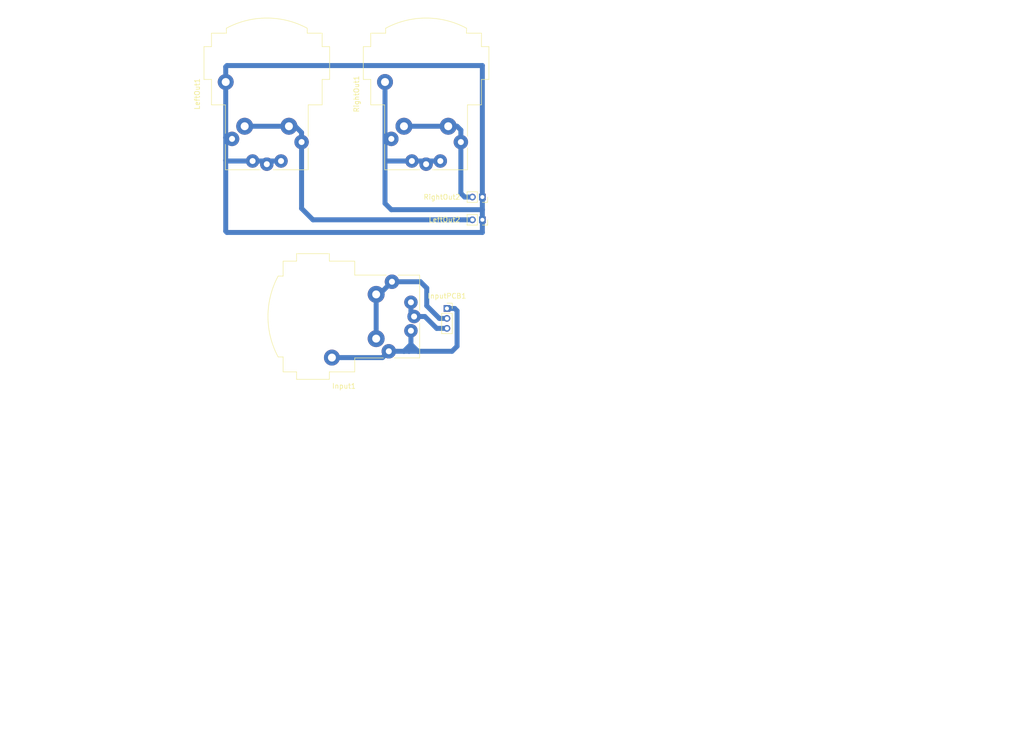
<source format=kicad_pcb>
(kicad_pcb (version 20171130) (host pcbnew "(5.1.8)-1")

  (general
    (thickness 1.6)
    (drawings 62)
    (tracks 76)
    (zones 0)
    (modules 6)
    (nets 7)
  )

  (page A4)
  (layers
    (0 F.Cu signal)
    (31 B.Cu signal)
    (32 B.Adhes user)
    (33 F.Adhes user)
    (34 B.Paste user)
    (35 F.Paste user)
    (36 B.SilkS user)
    (37 F.SilkS user)
    (38 B.Mask user)
    (39 F.Mask user)
    (40 Dwgs.User user)
    (41 Cmts.User user)
    (42 Eco1.User user)
    (43 Eco2.User user)
    (44 Edge.Cuts user)
    (45 Margin user)
    (46 B.CrtYd user)
    (47 F.CrtYd user)
    (48 B.Fab user)
    (49 F.Fab user)
  )

  (setup
    (last_trace_width 1)
    (user_trace_width 1)
    (trace_clearance 0.2)
    (zone_clearance 0.508)
    (zone_45_only no)
    (trace_min 0.2)
    (via_size 0.8)
    (via_drill 0.4)
    (via_min_size 0.4)
    (via_min_drill 0.3)
    (user_via 2 1.2)
    (uvia_size 0.3)
    (uvia_drill 0.1)
    (uvias_allowed no)
    (uvia_min_size 0.2)
    (uvia_min_drill 0.1)
    (edge_width 0.05)
    (segment_width 0.2)
    (pcb_text_width 0.3)
    (pcb_text_size 1.5 1.5)
    (mod_edge_width 0.12)
    (mod_text_size 1 1)
    (mod_text_width 0.15)
    (pad_size 1.524 1.524)
    (pad_drill 0.762)
    (pad_to_mask_clearance 0)
    (aux_axis_origin 0 0)
    (visible_elements FFFFFF7F)
    (pcbplotparams
      (layerselection 0x010fc_ffffffff)
      (usegerberextensions false)
      (usegerberattributes true)
      (usegerberadvancedattributes true)
      (creategerberjobfile true)
      (excludeedgelayer true)
      (linewidth 0.100000)
      (plotframeref false)
      (viasonmask false)
      (mode 1)
      (useauxorigin false)
      (hpglpennumber 1)
      (hpglpenspeed 20)
      (hpglpendiameter 15.000000)
      (psnegative false)
      (psa4output false)
      (plotreference true)
      (plotvalue true)
      (plotinvisibletext false)
      (padsonsilk false)
      (subtractmaskfromsilk false)
      (outputformat 1)
      (mirror false)
      (drillshape 1)
      (scaleselection 1)
      (outputdirectory ""))
  )

  (net 0 "")
  (net 1 "Net-(Input1-Pad1)")
  (net 2 "Net-(Input1-Pad2)")
  (net 3 "Net-(Input1-Pad3)")
  (net 4 "Net-(LeftOut1-Pad1)")
  (net 5 "Net-(LeftOut1-Pad2)")
  (net 6 "Net-(RightOut1-Pad2)")

  (net_class Default "This is the default net class."
    (clearance 0.2)
    (trace_width 0.25)
    (via_dia 0.8)
    (via_drill 0.4)
    (uvia_dia 0.3)
    (uvia_drill 0.1)
    (add_net "Net-(Input1-Pad1)")
    (add_net "Net-(Input1-Pad2)")
    (add_net "Net-(Input1-Pad3)")
    (add_net "Net-(LeftOut1-Pad1)")
    (add_net "Net-(LeftOut1-Pad2)")
    (add_net "Net-(RightOut1-Pad2)")
  )

  (module Connector_PinSocket_2.00mm:PinSocket_1x02_P2.00mm_Vertical (layer F.Cu) (tedit 5A19A42F) (tstamp 64A5FA15)
    (at 120.396 67.056 270)
    (descr "Through hole straight socket strip, 1x02, 2.00mm pitch, single row (from Kicad 4.0.7), script generated")
    (tags "Through hole socket strip THT 1x02 2.00mm single row")
    (path /64A80C43)
    (fp_text reference RightOut2 (at 0 8.128 180) (layer F.SilkS)
      (effects (font (size 1 1) (thickness 0.15)))
    )
    (fp_text value Screw_Terminal_01x02 (at 0 4.5 90) (layer F.Fab) hide
      (effects (font (size 1 1) (thickness 0.15)))
    )
    (fp_line (start -1 -1) (end 0.5 -1) (layer F.Fab) (width 0.1))
    (fp_line (start 0.5 -1) (end 1 -0.5) (layer F.Fab) (width 0.1))
    (fp_line (start 1 -0.5) (end 1 3) (layer F.Fab) (width 0.1))
    (fp_line (start 1 3) (end -1 3) (layer F.Fab) (width 0.1))
    (fp_line (start -1 3) (end -1 -1) (layer F.Fab) (width 0.1))
    (fp_line (start -1.06 1) (end 1.06 1) (layer F.SilkS) (width 0.12))
    (fp_line (start -1.06 1) (end -1.06 3.06) (layer F.SilkS) (width 0.12))
    (fp_line (start -1.06 3.06) (end 1.06 3.06) (layer F.SilkS) (width 0.12))
    (fp_line (start 1.06 1) (end 1.06 3.06) (layer F.SilkS) (width 0.12))
    (fp_line (start 1.06 -1.06) (end 1.06 0) (layer F.SilkS) (width 0.12))
    (fp_line (start 0 -1.06) (end 1.06 -1.06) (layer F.SilkS) (width 0.12))
    (fp_line (start -1.5 -1.5) (end 1.5 -1.5) (layer F.CrtYd) (width 0.05))
    (fp_line (start 1.5 -1.5) (end 1.5 3.5) (layer F.CrtYd) (width 0.05))
    (fp_line (start 1.5 3.5) (end -1.5 3.5) (layer F.CrtYd) (width 0.05))
    (fp_line (start -1.5 3.5) (end -1.5 -1.5) (layer F.CrtYd) (width 0.05))
    (pad 2 thru_hole oval (at 0 2 270) (size 1.35 1.35) (drill 0.8) (layers *.Cu *.Mask)
      (net 6 "Net-(RightOut1-Pad2)"))
    (pad 1 thru_hole rect (at 0 0 270) (size 1.35 1.35) (drill 0.8) (layers *.Cu *.Mask)
      (net 4 "Net-(LeftOut1-Pad1)"))
    (model ${KISYS3DMOD}/Connector_PinSocket_2.00mm.3dshapes/PinSocket_1x02_P2.00mm_Vertical.wrl
      (at (xyz 0 0 0))
      (scale (xyz 1 1 1))
      (rotate (xyz 0 0 0))
    )
  )

  (module Connector_Audio:Jack_XLR-6.35mm_Neutrik_NCJ6FA-H-0_Horizontal (layer F.Cu) (tedit 5E71486C) (tstamp 64A5F9FF)
    (at 102.108 55.372 90)
    (descr "Combo A series, 3 pole XLR female receptacle with 6.35mm (1/4in) stereo jack, horizontal PCB mount, retention spring, https://www.neutrik.com/en/product/ncj6fa-h-0")
    (tags "neutrik jack combo a")
    (path /64A734CB)
    (fp_text reference RightOut1 (at 9.015 -7 90) (layer F.SilkS)
      (effects (font (size 1 1) (thickness 0.15)))
    )
    (fp_text value XLR3_AudioJack3_Combo_Ground_Switch (at 9.015 21 90) (layer F.Fab) hide
      (effects (font (size 1 1) (thickness 0.15)))
    )
    (fp_arc (start 7.115 6.985) (end 22.235 -1.135) (angle 56.4) (layer F.SilkS) (width 0.12))
    (fp_arc (start 7.115 6.985) (end 22.115 -1.015) (angle 56.1) (layer F.Fab) (width 0.1))
    (fp_text user %R (at 15.265 6.985 90) (layer F.Fab)
      (effects (font (size 1 1) (thickness 0.15)))
    )
    (fp_line (start -6.085 15.185) (end 6.965 15.185) (layer F.Fab) (width 0.1))
    (fp_line (start -6.085 -1.215) (end -6.085 15.185) (layer F.Fab) (width 0.1))
    (fp_line (start 6.965 -1.215) (end -6.085 -1.215) (layer F.Fab) (width 0.1))
    (fp_line (start 21.115 14.985) (end 22.115 14.985) (layer F.Fab) (width 0.1))
    (fp_line (start 21.115 -1.015) (end 22.115 -1.015) (layer F.Fab) (width 0.1))
    (fp_line (start 21.115 17.985) (end 18.415 17.985) (layer F.Fab) (width 0.1))
    (fp_line (start 21.115 -4.015) (end 21.115 17.985) (layer F.Fab) (width 0.1))
    (fp_line (start 18.415 -4.015) (end 21.115 -4.015) (layer F.Fab) (width 0.1))
    (fp_line (start 12.065 -5.515) (end 18.415 -5.515) (layer F.Fab) (width 0.1))
    (fp_line (start 12.065 19.485) (end 12.065 -5.515) (layer F.Fab) (width 0.1))
    (fp_line (start 18.415 19.485) (end 12.065 19.485) (layer F.Fab) (width 0.1))
    (fp_line (start 18.415 -5.515) (end 18.415 19.485) (layer F.Fab) (width 0.1))
    (fp_line (start 6.965 17.985) (end 12.065 17.985) (layer F.Fab) (width 0.1))
    (fp_line (start 6.965 15.185) (end 6.965 17.985) (layer F.Fab) (width 0.1))
    (fp_line (start 12.065 -4.015) (end 6.965 -4.015) (layer F.Fab) (width 0.1))
    (fp_line (start 18.415 -5.515) (end 18.415 19.485) (layer Dwgs.User) (width 0.1))
    (fp_line (start 6.965 -4.015) (end 6.965 -1.215) (layer F.Fab) (width 0.1))
    (fp_line (start 18.535 19.605) (end 11.945 19.605) (layer F.SilkS) (width 0.12))
    (fp_line (start 18.535 -5.635) (end 11.945 -5.635) (layer F.SilkS) (width 0.12))
    (fp_line (start 11.945 -4.135) (end 6.845 -4.135) (layer F.SilkS) (width 0.12))
    (fp_line (start 11.945 18.105) (end 6.845 18.105) (layer F.SilkS) (width 0.12))
    (fp_line (start -6.205 8.285) (end -6.205 15.305) (layer F.SilkS) (width 0.12))
    (fp_line (start 6.845 -1.335) (end 1.1 -1.335) (layer F.SilkS) (width 0.12))
    (fp_line (start 6.845 15.305) (end 0.5 15.305) (layer F.SilkS) (width 0.12))
    (fp_line (start 6.845 -4.135) (end 6.845 -1.335) (layer F.SilkS) (width 0.12))
    (fp_line (start 6.845 18.105) (end 6.845 15.305) (layer F.SilkS) (width 0.12))
    (fp_line (start 11.945 -4.135) (end 11.945 -5.635) (layer F.SilkS) (width 0.12))
    (fp_line (start 11.945 19.605) (end 11.945 18.105) (layer F.SilkS) (width 0.12))
    (fp_line (start 18.535 -4.135) (end 21.235 -4.135) (layer F.SilkS) (width 0.12))
    (fp_line (start 18.535 18.105) (end 21.235 18.105) (layer F.SilkS) (width 0.12))
    (fp_line (start 21.235 -1.135) (end 22.235 -1.135) (layer F.SilkS) (width 0.12))
    (fp_line (start 21.235 15.105) (end 22.235 15.105) (layer F.SilkS) (width 0.12))
    (fp_line (start 18.535 18.105) (end 18.535 19.605) (layer F.SilkS) (width 0.12))
    (fp_line (start 18.535 -5.635) (end 18.535 -4.135) (layer F.SilkS) (width 0.12))
    (fp_line (start 21.235 -4.135) (end 21.235 -1.135) (layer F.SilkS) (width 0.12))
    (fp_line (start 21.235 15.105) (end 21.235 18.105) (layer F.SilkS) (width 0.12))
    (fp_line (start 24.62 19.98) (end -6.59 19.98) (layer F.CrtYd) (width 0.05))
    (fp_line (start 24.62 -6.02) (end -6.59 -6.02) (layer F.CrtYd) (width 0.05))
    (fp_line (start -6.59 -6.02) (end -6.59 19.98) (layer F.CrtYd) (width 0.05))
    (fp_line (start 24.62 -6.02) (end 24.62 19.98) (layer F.CrtYd) (width 0.05))
    (fp_line (start -6.205 -1.335) (end -6.205 5.685) (layer F.SilkS) (width 0.12))
    (fp_line (start -1.1 -1.335) (end -6.205 -1.335) (layer F.SilkS) (width 0.12))
    (fp_line (start -1.8 15.3) (end -6.205 15.3) (layer F.SilkS) (width 0.12))
    (pad "" np_thru_hole circle (at 12.065 12.7 90) (size 1.6 1.6) (drill 1.6) (layers *.Cu *.Mask))
    (pad "" np_thru_hole circle (at 12.065 1.27 90) (size 1.6 1.6) (drill 1.6) (layers *.Cu *.Mask))
    (pad G thru_hole circle (at 11.43 -1.27 90) (size 3.2 3.2) (drill 1.6) (layers *.Cu *.Mask)
      (net 4 "Net-(LeftOut1-Pad1)"))
    (pad "" np_thru_hole circle (at 8.89 6.985 90) (size 1.6 1.6) (drill 1.6) (layers *.Cu *.Mask))
    (pad T thru_hole circle (at 2.54 2.54 90) (size 3.4 3.4) (drill 1.6) (layers *.Cu *.Mask)
      (net 6 "Net-(RightOut1-Pad2)"))
    (pad T thru_hole circle (at 2.54 11.43 90) (size 3.4 3.4) (drill 1.6) (layers *.Cu *.Mask)
      (net 6 "Net-(RightOut1-Pad2)"))
    (pad R thru_hole circle (at -4.445 9.8425 90) (size 2.7 2.7) (drill 1.2) (layers *.Cu *.Mask)
      (net 4 "Net-(LeftOut1-Pad1)"))
    (pad S thru_hole circle (at -4.445 4.1275 90) (size 2.7 2.7) (drill 1.2) (layers *.Cu *.Mask)
      (net 4 "Net-(LeftOut1-Pad1)"))
    (pad 3 thru_hole circle (at -5.08 6.985 90) (size 2.7 2.7) (drill 1.2) (layers *.Cu *.Mask)
      (net 4 "Net-(LeftOut1-Pad1)"))
    (pad 2 thru_hole circle (at -0.635 13.97 90) (size 2.9 2.9) (drill 1.2) (layers *.Cu *.Mask)
      (net 6 "Net-(RightOut1-Pad2)"))
    (pad 1 thru_hole circle (at 0 0 90) (size 2.9 2.9) (drill 1.2) (layers *.Cu *.Mask)
      (net 4 "Net-(LeftOut1-Pad1)"))
    (model ${KISYS3DMOD}/Connector_Audio.3dshapes/Jack_XLR-6.35mm_Neutrik_NCJ6FA-H-0_Horizontal.wrl
      (at (xyz 0 0 0))
      (scale (xyz 1 1 1))
      (rotate (xyz 0 0 0))
    )
  )

  (module Connector_PinSocket_2.00mm:PinSocket_1x02_P2.00mm_Vertical (layer F.Cu) (tedit 5A19A42F) (tstamp 64A5F9C2)
    (at 120.396 71.628 270)
    (descr "Through hole straight socket strip, 1x02, 2.00mm pitch, single row (from Kicad 4.0.7), script generated")
    (tags "Through hole socket strip THT 1x02 2.00mm single row")
    (path /64A7EBC6)
    (fp_text reference LeftOut2 (at 0 7.62 180) (layer F.SilkS)
      (effects (font (size 1 1) (thickness 0.15)))
    )
    (fp_text value Screw_Terminal_01x02 (at 0 4.5 90) (layer F.Fab) hide
      (effects (font (size 1 1) (thickness 0.15)))
    )
    (fp_line (start -1 -1) (end 0.5 -1) (layer F.Fab) (width 0.1))
    (fp_line (start 0.5 -1) (end 1 -0.5) (layer F.Fab) (width 0.1))
    (fp_line (start 1 -0.5) (end 1 3) (layer F.Fab) (width 0.1))
    (fp_line (start 1 3) (end -1 3) (layer F.Fab) (width 0.1))
    (fp_line (start -1 3) (end -1 -1) (layer F.Fab) (width 0.1))
    (fp_line (start -1.06 1) (end 1.06 1) (layer F.SilkS) (width 0.12))
    (fp_line (start -1.06 1) (end -1.06 3.06) (layer F.SilkS) (width 0.12))
    (fp_line (start -1.06 3.06) (end 1.06 3.06) (layer F.SilkS) (width 0.12))
    (fp_line (start 1.06 1) (end 1.06 3.06) (layer F.SilkS) (width 0.12))
    (fp_line (start 1.06 -1.06) (end 1.06 0) (layer F.SilkS) (width 0.12))
    (fp_line (start 0 -1.06) (end 1.06 -1.06) (layer F.SilkS) (width 0.12))
    (fp_line (start -1.5 -1.5) (end 1.5 -1.5) (layer F.CrtYd) (width 0.05))
    (fp_line (start 1.5 -1.5) (end 1.5 3.5) (layer F.CrtYd) (width 0.05))
    (fp_line (start 1.5 3.5) (end -1.5 3.5) (layer F.CrtYd) (width 0.05))
    (fp_line (start -1.5 3.5) (end -1.5 -1.5) (layer F.CrtYd) (width 0.05))
    (pad 2 thru_hole oval (at 0 2 270) (size 1.35 1.35) (drill 0.8) (layers *.Cu *.Mask)
      (net 5 "Net-(LeftOut1-Pad2)"))
    (pad 1 thru_hole rect (at 0 0 270) (size 1.35 1.35) (drill 0.8) (layers *.Cu *.Mask)
      (net 4 "Net-(LeftOut1-Pad1)"))
    (model ${KISYS3DMOD}/Connector_PinSocket_2.00mm.3dshapes/PinSocket_1x02_P2.00mm_Vertical.wrl
      (at (xyz 0 0 0))
      (scale (xyz 1 1 1))
      (rotate (xyz 0 0 0))
    )
  )

  (module Connector_Audio:Jack_XLR-6.35mm_Neutrik_NCJ6FA-H-0_Horizontal (layer F.Cu) (tedit 5E71486C) (tstamp 64A5F9AC)
    (at 70.104 55.372 90)
    (descr "Combo A series, 3 pole XLR female receptacle with 6.35mm (1/4in) stereo jack, horizontal PCB mount, retention spring, https://www.neutrik.com/en/product/ncj6fa-h-0")
    (tags "neutrik jack combo a")
    (path /64A6DE96)
    (fp_text reference LeftOut1 (at 9.015 -7 90) (layer F.SilkS)
      (effects (font (size 1 1) (thickness 0.15)))
    )
    (fp_text value XLR3_AudioJack3_Combo_Ground_Switch (at 9.015 21 90) (layer F.Fab) hide
      (effects (font (size 1 1) (thickness 0.15)))
    )
    (fp_arc (start 7.115 6.985) (end 22.235 -1.135) (angle 56.4) (layer F.SilkS) (width 0.12))
    (fp_arc (start 7.115 6.985) (end 22.115 -1.015) (angle 56.1) (layer F.Fab) (width 0.1))
    (fp_text user %R (at 15.265 6.985 90) (layer F.Fab)
      (effects (font (size 1 1) (thickness 0.15)))
    )
    (fp_line (start -6.085 15.185) (end 6.965 15.185) (layer F.Fab) (width 0.1))
    (fp_line (start -6.085 -1.215) (end -6.085 15.185) (layer F.Fab) (width 0.1))
    (fp_line (start 6.965 -1.215) (end -6.085 -1.215) (layer F.Fab) (width 0.1))
    (fp_line (start 21.115 14.985) (end 22.115 14.985) (layer F.Fab) (width 0.1))
    (fp_line (start 21.115 -1.015) (end 22.115 -1.015) (layer F.Fab) (width 0.1))
    (fp_line (start 21.115 17.985) (end 18.415 17.985) (layer F.Fab) (width 0.1))
    (fp_line (start 21.115 -4.015) (end 21.115 17.985) (layer F.Fab) (width 0.1))
    (fp_line (start 18.415 -4.015) (end 21.115 -4.015) (layer F.Fab) (width 0.1))
    (fp_line (start 12.065 -5.515) (end 18.415 -5.515) (layer F.Fab) (width 0.1))
    (fp_line (start 12.065 19.485) (end 12.065 -5.515) (layer F.Fab) (width 0.1))
    (fp_line (start 18.415 19.485) (end 12.065 19.485) (layer F.Fab) (width 0.1))
    (fp_line (start 18.415 -5.515) (end 18.415 19.485) (layer F.Fab) (width 0.1))
    (fp_line (start 6.965 17.985) (end 12.065 17.985) (layer F.Fab) (width 0.1))
    (fp_line (start 6.965 15.185) (end 6.965 17.985) (layer F.Fab) (width 0.1))
    (fp_line (start 12.065 -4.015) (end 6.965 -4.015) (layer F.Fab) (width 0.1))
    (fp_line (start 18.415 -5.515) (end 18.415 19.485) (layer Dwgs.User) (width 0.1))
    (fp_line (start 6.965 -4.015) (end 6.965 -1.215) (layer F.Fab) (width 0.1))
    (fp_line (start 18.535 19.605) (end 11.945 19.605) (layer F.SilkS) (width 0.12))
    (fp_line (start 18.535 -5.635) (end 11.945 -5.635) (layer F.SilkS) (width 0.12))
    (fp_line (start 11.945 -4.135) (end 6.845 -4.135) (layer F.SilkS) (width 0.12))
    (fp_line (start 11.945 18.105) (end 6.845 18.105) (layer F.SilkS) (width 0.12))
    (fp_line (start -6.205 8.285) (end -6.205 15.305) (layer F.SilkS) (width 0.12))
    (fp_line (start 6.845 -1.335) (end 1.1 -1.335) (layer F.SilkS) (width 0.12))
    (fp_line (start 6.845 15.305) (end 0.5 15.305) (layer F.SilkS) (width 0.12))
    (fp_line (start 6.845 -4.135) (end 6.845 -1.335) (layer F.SilkS) (width 0.12))
    (fp_line (start 6.845 18.105) (end 6.845 15.305) (layer F.SilkS) (width 0.12))
    (fp_line (start 11.945 -4.135) (end 11.945 -5.635) (layer F.SilkS) (width 0.12))
    (fp_line (start 11.945 19.605) (end 11.945 18.105) (layer F.SilkS) (width 0.12))
    (fp_line (start 18.535 -4.135) (end 21.235 -4.135) (layer F.SilkS) (width 0.12))
    (fp_line (start 18.535 18.105) (end 21.235 18.105) (layer F.SilkS) (width 0.12))
    (fp_line (start 21.235 -1.135) (end 22.235 -1.135) (layer F.SilkS) (width 0.12))
    (fp_line (start 21.235 15.105) (end 22.235 15.105) (layer F.SilkS) (width 0.12))
    (fp_line (start 18.535 18.105) (end 18.535 19.605) (layer F.SilkS) (width 0.12))
    (fp_line (start 18.535 -5.635) (end 18.535 -4.135) (layer F.SilkS) (width 0.12))
    (fp_line (start 21.235 -4.135) (end 21.235 -1.135) (layer F.SilkS) (width 0.12))
    (fp_line (start 21.235 15.105) (end 21.235 18.105) (layer F.SilkS) (width 0.12))
    (fp_line (start 24.62 19.98) (end -6.59 19.98) (layer F.CrtYd) (width 0.05))
    (fp_line (start 24.62 -6.02) (end -6.59 -6.02) (layer F.CrtYd) (width 0.05))
    (fp_line (start -6.59 -6.02) (end -6.59 19.98) (layer F.CrtYd) (width 0.05))
    (fp_line (start 24.62 -6.02) (end 24.62 19.98) (layer F.CrtYd) (width 0.05))
    (fp_line (start -6.205 -1.335) (end -6.205 5.685) (layer F.SilkS) (width 0.12))
    (fp_line (start -1.1 -1.335) (end -6.205 -1.335) (layer F.SilkS) (width 0.12))
    (fp_line (start -1.8 15.3) (end -6.205 15.3) (layer F.SilkS) (width 0.12))
    (pad "" np_thru_hole circle (at 12.065 12.7 90) (size 1.6 1.6) (drill 1.6) (layers *.Cu *.Mask))
    (pad "" np_thru_hole circle (at 12.065 1.27 90) (size 1.6 1.6) (drill 1.6) (layers *.Cu *.Mask))
    (pad G thru_hole circle (at 11.43 -1.27 90) (size 3.2 3.2) (drill 1.6) (layers *.Cu *.Mask)
      (net 4 "Net-(LeftOut1-Pad1)"))
    (pad "" np_thru_hole circle (at 8.89 6.985 90) (size 1.6 1.6) (drill 1.6) (layers *.Cu *.Mask))
    (pad T thru_hole circle (at 2.54 2.54 90) (size 3.4 3.4) (drill 1.6) (layers *.Cu *.Mask)
      (net 5 "Net-(LeftOut1-Pad2)"))
    (pad T thru_hole circle (at 2.54 11.43 90) (size 3.4 3.4) (drill 1.6) (layers *.Cu *.Mask)
      (net 5 "Net-(LeftOut1-Pad2)"))
    (pad R thru_hole circle (at -4.445 9.8425 90) (size 2.7 2.7) (drill 1.2) (layers *.Cu *.Mask)
      (net 4 "Net-(LeftOut1-Pad1)"))
    (pad S thru_hole circle (at -4.445 4.1275 90) (size 2.7 2.7) (drill 1.2) (layers *.Cu *.Mask)
      (net 4 "Net-(LeftOut1-Pad1)"))
    (pad 3 thru_hole circle (at -5.08 6.985 90) (size 2.7 2.7) (drill 1.2) (layers *.Cu *.Mask)
      (net 4 "Net-(LeftOut1-Pad1)"))
    (pad 2 thru_hole circle (at -0.635 13.97 90) (size 2.9 2.9) (drill 1.2) (layers *.Cu *.Mask)
      (net 5 "Net-(LeftOut1-Pad2)"))
    (pad 1 thru_hole circle (at 0 0 90) (size 2.9 2.9) (drill 1.2) (layers *.Cu *.Mask)
      (net 4 "Net-(LeftOut1-Pad1)"))
    (model ${KISYS3DMOD}/Connector_Audio.3dshapes/Jack_XLR-6.35mm_Neutrik_NCJ6FA-H-0_Horizontal.wrl
      (at (xyz 0 0 0))
      (scale (xyz 1 1 1))
      (rotate (xyz 0 0 0))
    )
  )

  (module Connector_PinSocket_2.00mm:PinSocket_1x03_P2.00mm_Vertical (layer F.Cu) (tedit 5A19A42B) (tstamp 64A6088C)
    (at 113.284 89.44)
    (descr "Through hole straight socket strip, 1x03, 2.00mm pitch, single row (from Kicad 4.0.7), script generated")
    (tags "Through hole socket strip THT 1x03 2.00mm single row")
    (path /64A657B8)
    (fp_text reference InputPCB1 (at 0 -2.5) (layer F.SilkS)
      (effects (font (size 1 1) (thickness 0.15)))
    )
    (fp_text value Screw_Terminal_01x03 (at 0 6.5) (layer F.Fab) hide
      (effects (font (size 1 1) (thickness 0.15)))
    )
    (fp_text user %R (at 0 2 90) (layer F.Fab)
      (effects (font (size 1 1) (thickness 0.15)))
    )
    (fp_line (start -1 -1) (end 0.5 -1) (layer F.Fab) (width 0.1))
    (fp_line (start 0.5 -1) (end 1 -0.5) (layer F.Fab) (width 0.1))
    (fp_line (start 1 -0.5) (end 1 5) (layer F.Fab) (width 0.1))
    (fp_line (start 1 5) (end -1 5) (layer F.Fab) (width 0.1))
    (fp_line (start -1 5) (end -1 -1) (layer F.Fab) (width 0.1))
    (fp_line (start -1.06 1) (end 1.06 1) (layer F.SilkS) (width 0.12))
    (fp_line (start -1.06 1) (end -1.06 5.06) (layer F.SilkS) (width 0.12))
    (fp_line (start -1.06 5.06) (end 1.06 5.06) (layer F.SilkS) (width 0.12))
    (fp_line (start 1.06 1) (end 1.06 5.06) (layer F.SilkS) (width 0.12))
    (fp_line (start 1.06 -1.06) (end 1.06 0) (layer F.SilkS) (width 0.12))
    (fp_line (start 0 -1.06) (end 1.06 -1.06) (layer F.SilkS) (width 0.12))
    (fp_line (start -1.5 -1.5) (end 1.5 -1.5) (layer F.CrtYd) (width 0.05))
    (fp_line (start 1.5 -1.5) (end 1.5 5.5) (layer F.CrtYd) (width 0.05))
    (fp_line (start 1.5 5.5) (end -1.5 5.5) (layer F.CrtYd) (width 0.05))
    (fp_line (start -1.5 5.5) (end -1.5 -1.5) (layer F.CrtYd) (width 0.05))
    (pad 3 thru_hole oval (at 0 4) (size 1.35 1.35) (drill 0.8) (layers *.Cu *.Mask)
      (net 3 "Net-(Input1-Pad3)"))
    (pad 2 thru_hole oval (at 0 2) (size 1.35 1.35) (drill 0.8) (layers *.Cu *.Mask)
      (net 2 "Net-(Input1-Pad2)"))
    (pad 1 thru_hole rect (at 0 0) (size 1.35 1.35) (drill 0.8) (layers *.Cu *.Mask)
      (net 1 "Net-(Input1-Pad1)"))
    (model ${KISYS3DMOD}/Connector_PinSocket_2.00mm.3dshapes/PinSocket_1x03_P2.00mm_Vertical.wrl
      (at (xyz 0 0 0))
      (scale (xyz 1 1 1))
      (rotate (xyz 0 0 0))
    )
  )

  (module Connector_Audio:Jack_XLR-6.35mm_Neutrik_NCJ6FA-H-0_Horizontal (layer F.Cu) (tedit 5E71486C) (tstamp 64A5F441)
    (at 101.6 98.044 180)
    (descr "Combo A series, 3 pole XLR female receptacle with 6.35mm (1/4in) stereo jack, horizontal PCB mount, retention spring, https://www.neutrik.com/en/product/ncj6fa-h-0")
    (tags "neutrik jack combo a")
    (path /64A605C1)
    (fp_text reference Input1 (at 9.015 -7) (layer F.SilkS)
      (effects (font (size 1 1) (thickness 0.15)))
    )
    (fp_text value XLR3_AudioJack3_Combo_Ground_Switch (at 9.015 21) (layer F.Fab) hide
      (effects (font (size 1 1) (thickness 0.15)))
    )
    (fp_arc (start 7.115 6.985) (end 22.235 -1.135) (angle 56.4) (layer F.SilkS) (width 0.12))
    (fp_arc (start 7.115 6.985) (end 22.115 -1.015) (angle 56.1) (layer F.Fab) (width 0.1))
    (fp_text user %R (at 15.265 6.985) (layer F.Fab)
      (effects (font (size 1 1) (thickness 0.15)))
    )
    (fp_line (start -6.085 15.185) (end 6.965 15.185) (layer F.Fab) (width 0.1))
    (fp_line (start -6.085 -1.215) (end -6.085 15.185) (layer F.Fab) (width 0.1))
    (fp_line (start 6.965 -1.215) (end -6.085 -1.215) (layer F.Fab) (width 0.1))
    (fp_line (start 21.115 14.985) (end 22.115 14.985) (layer F.Fab) (width 0.1))
    (fp_line (start 21.115 -1.015) (end 22.115 -1.015) (layer F.Fab) (width 0.1))
    (fp_line (start 21.115 17.985) (end 18.415 17.985) (layer F.Fab) (width 0.1))
    (fp_line (start 21.115 -4.015) (end 21.115 17.985) (layer F.Fab) (width 0.1))
    (fp_line (start 18.415 -4.015) (end 21.115 -4.015) (layer F.Fab) (width 0.1))
    (fp_line (start 12.065 -5.515) (end 18.415 -5.515) (layer F.Fab) (width 0.1))
    (fp_line (start 12.065 19.485) (end 12.065 -5.515) (layer F.Fab) (width 0.1))
    (fp_line (start 18.415 19.485) (end 12.065 19.485) (layer F.Fab) (width 0.1))
    (fp_line (start 18.415 -5.515) (end 18.415 19.485) (layer F.Fab) (width 0.1))
    (fp_line (start 6.965 17.985) (end 12.065 17.985) (layer F.Fab) (width 0.1))
    (fp_line (start 6.965 15.185) (end 6.965 17.985) (layer F.Fab) (width 0.1))
    (fp_line (start 12.065 -4.015) (end 6.965 -4.015) (layer F.Fab) (width 0.1))
    (fp_line (start 18.415 -5.515) (end 18.415 19.485) (layer Dwgs.User) (width 0.1))
    (fp_line (start 6.965 -4.015) (end 6.965 -1.215) (layer F.Fab) (width 0.1))
    (fp_line (start 18.535 19.605) (end 11.945 19.605) (layer F.SilkS) (width 0.12))
    (fp_line (start 18.535 -5.635) (end 11.945 -5.635) (layer F.SilkS) (width 0.12))
    (fp_line (start 11.945 -4.135) (end 6.845 -4.135) (layer F.SilkS) (width 0.12))
    (fp_line (start 11.945 18.105) (end 6.845 18.105) (layer F.SilkS) (width 0.12))
    (fp_line (start -6.205 8.285) (end -6.205 15.305) (layer F.SilkS) (width 0.12))
    (fp_line (start 6.845 -1.335) (end 1.1 -1.335) (layer F.SilkS) (width 0.12))
    (fp_line (start 6.845 15.305) (end 0.5 15.305) (layer F.SilkS) (width 0.12))
    (fp_line (start 6.845 -4.135) (end 6.845 -1.335) (layer F.SilkS) (width 0.12))
    (fp_line (start 6.845 18.105) (end 6.845 15.305) (layer F.SilkS) (width 0.12))
    (fp_line (start 11.945 -4.135) (end 11.945 -5.635) (layer F.SilkS) (width 0.12))
    (fp_line (start 11.945 19.605) (end 11.945 18.105) (layer F.SilkS) (width 0.12))
    (fp_line (start 18.535 -4.135) (end 21.235 -4.135) (layer F.SilkS) (width 0.12))
    (fp_line (start 18.535 18.105) (end 21.235 18.105) (layer F.SilkS) (width 0.12))
    (fp_line (start 21.235 -1.135) (end 22.235 -1.135) (layer F.SilkS) (width 0.12))
    (fp_line (start 21.235 15.105) (end 22.235 15.105) (layer F.SilkS) (width 0.12))
    (fp_line (start 18.535 18.105) (end 18.535 19.605) (layer F.SilkS) (width 0.12))
    (fp_line (start 18.535 -5.635) (end 18.535 -4.135) (layer F.SilkS) (width 0.12))
    (fp_line (start 21.235 -4.135) (end 21.235 -1.135) (layer F.SilkS) (width 0.12))
    (fp_line (start 21.235 15.105) (end 21.235 18.105) (layer F.SilkS) (width 0.12))
    (fp_line (start 24.62 19.98) (end -6.59 19.98) (layer F.CrtYd) (width 0.05))
    (fp_line (start 24.62 -6.02) (end -6.59 -6.02) (layer F.CrtYd) (width 0.05))
    (fp_line (start -6.59 -6.02) (end -6.59 19.98) (layer F.CrtYd) (width 0.05))
    (fp_line (start 24.62 -6.02) (end 24.62 19.98) (layer F.CrtYd) (width 0.05))
    (fp_line (start -6.205 -1.335) (end -6.205 5.685) (layer F.SilkS) (width 0.12))
    (fp_line (start -1.1 -1.335) (end -6.205 -1.335) (layer F.SilkS) (width 0.12))
    (fp_line (start -1.8 15.3) (end -6.205 15.3) (layer F.SilkS) (width 0.12))
    (pad "" np_thru_hole circle (at 12.065 12.7 180) (size 1.6 1.6) (drill 1.6) (layers *.Cu *.Mask))
    (pad "" np_thru_hole circle (at 12.065 1.27 180) (size 1.6 1.6) (drill 1.6) (layers *.Cu *.Mask))
    (pad G thru_hole circle (at 11.43 -1.27 180) (size 3.2 3.2) (drill 1.6) (layers *.Cu *.Mask)
      (net 1 "Net-(Input1-Pad1)"))
    (pad "" np_thru_hole circle (at 8.89 6.985 180) (size 1.6 1.6) (drill 1.6) (layers *.Cu *.Mask))
    (pad T thru_hole circle (at 2.54 2.54 180) (size 3.4 3.4) (drill 1.6) (layers *.Cu *.Mask)
      (net 2 "Net-(Input1-Pad2)"))
    (pad T thru_hole circle (at 2.54 11.43 180) (size 3.4 3.4) (drill 1.6) (layers *.Cu *.Mask)
      (net 2 "Net-(Input1-Pad2)"))
    (pad R thru_hole circle (at -4.445 9.8425 180) (size 2.7 2.7) (drill 1.2) (layers *.Cu *.Mask)
      (net 3 "Net-(Input1-Pad3)"))
    (pad S thru_hole circle (at -4.445 4.1275 180) (size 2.7 2.7) (drill 1.2) (layers *.Cu *.Mask)
      (net 1 "Net-(Input1-Pad1)"))
    (pad 3 thru_hole circle (at -5.08 6.985 180) (size 2.7 2.7) (drill 1.2) (layers *.Cu *.Mask)
      (net 3 "Net-(Input1-Pad3)"))
    (pad 2 thru_hole circle (at -0.635 13.97 180) (size 2.9 2.9) (drill 1.2) (layers *.Cu *.Mask)
      (net 2 "Net-(Input1-Pad2)"))
    (pad 1 thru_hole circle (at 0 0 180) (size 2.9 2.9) (drill 1.2) (layers *.Cu *.Mask)
      (net 1 "Net-(Input1-Pad1)"))
    (model ${KISYS3DMOD}/Connector_Audio.3dshapes/Jack_XLR-6.35mm_Neutrik_NCJ6FA-H-0_Horizontal.wrl
      (at (xyz 0 0 0))
      (scale (xyz 1 1 1))
      (rotate (xyz 0 0 0))
    )
  )

  (gr_line (start 121.92 36.576) (end 137.668 50.292) (layer Dwgs.User) (width 0.15) (tstamp 64A5C355))
  (gr_line (start 121.92 50.292) (end 121.92 36.576) (layer Dwgs.User) (width 0.15))
  (gr_line (start 137.668 36.576) (end 121.92 50.292) (layer Dwgs.User) (width 0.15))
  (gr_line (start 137.668 50.292) (end 137.668 36.576) (layer Dwgs.User) (width 0.15))
  (gr_line (start 121.92 50.292) (end 137.668 50.292) (layer Dwgs.User) (width 0.15))
  (gr_line (start 121.92 36.576) (end 121.92 50.292) (layer Dwgs.User) (width 0.15))
  (dimension 15.748 (width 0.15) (layer Dwgs.User)
    (gr_text "15,748 mm" (at 129.794 28.164) (layer Dwgs.User)
      (effects (font (size 1 1) (thickness 0.15)))
    )
    (feature1 (pts (xy 137.668 36.576) (xy 137.668 28.877579)))
    (feature2 (pts (xy 121.92 36.576) (xy 121.92 28.877579)))
    (crossbar (pts (xy 121.92 29.464) (xy 137.668 29.464)))
    (arrow1a (pts (xy 137.668 29.464) (xy 136.541496 30.050421)))
    (arrow1b (pts (xy 137.668 29.464) (xy 136.541496 28.877579)))
    (arrow2a (pts (xy 121.92 29.464) (xy 123.046504 30.050421)))
    (arrow2b (pts (xy 121.92 29.464) (xy 123.046504 28.877579)))
  )
  (dimension 66.548 (width 0.15) (layer Dwgs.User)
    (gr_text "66,548 mm" (at 88.646 28.164) (layer Dwgs.User)
      (effects (font (size 1 1) (thickness 0.15)))
    )
    (feature1 (pts (xy 121.92 36.576) (xy 121.92 28.877579)))
    (feature2 (pts (xy 55.372 36.576) (xy 55.372 28.877579)))
    (crossbar (pts (xy 55.372 29.464) (xy 121.92 29.464)))
    (arrow1a (pts (xy 121.92 29.464) (xy 120.793496 30.050421)))
    (arrow1b (pts (xy 121.92 29.464) (xy 120.793496 28.877579)))
    (arrow2a (pts (xy 55.372 29.464) (xy 56.498504 30.050421)))
    (arrow2b (pts (xy 55.372 29.464) (xy 56.498504 28.877579)))
  )
  (gr_line (start 121.92 162.56) (end 137.668 148.844) (layer Dwgs.User) (width 0.15) (tstamp 64A5C349))
  (gr_line (start 96.52 104.14) (end 82.804 104.14) (layer Dwgs.User) (width 0.15))
  (gr_line (start 137.668 162.56) (end 121.92 148.844) (layer Dwgs.User) (width 0.15))
  (gr_line (start 137.668 148.844) (end 137.668 162.56) (layer Dwgs.User) (width 0.15))
  (gr_line (start 121.92 148.844) (end 137.668 148.844) (layer Dwgs.User) (width 0.15))
  (gr_line (start 82.804 104.14) (end 96.52 104.14) (layer Dwgs.User) (width 0.15))
  (gr_line (start 218.44 162.56) (end 204.724 148.844) (layer Dwgs.User) (width 0.15) (tstamp 64A5C345))
  (gr_line (start 204.724 162.56) (end 218.44 162.56) (layer Dwgs.User) (width 0.15) (tstamp 64A5C344))
  (gr_line (start 218.44 148.844) (end 204.724 162.56) (layer Dwgs.User) (width 0.15))
  (gr_line (start 204.724 148.844) (end 218.44 148.844) (layer Dwgs.User) (width 0.15))
  (gr_line (start 204.724 166.116) (end 204.724 148.844) (layer Dwgs.User) (width 0.15))
  (gr_line (start 41.656 36.576) (end 55.372 50.292) (layer Dwgs.User) (width 0.15) (tstamp 64A5C343))
  (gr_line (start 41.656 50.292) (end 41.656 36.576) (layer Dwgs.User) (width 0.15) (tstamp 64A5C342))
  (gr_line (start 55.372 36.576) (end 41.656 50.292) (layer Dwgs.User) (width 0.15))
  (gr_line (start 55.372 50.292) (end 55.372 36.576) (layer Dwgs.User) (width 0.15))
  (gr_line (start 41.656 50.292) (end 55.372 50.292) (layer Dwgs.User) (width 0.15))
  (dimension 13.716 (width 0.15) (layer Dwgs.User)
    (gr_text "13,716 mm" (at 29.688 43.434 270) (layer Dwgs.User)
      (effects (font (size 1 1) (thickness 0.15)))
    )
    (feature1 (pts (xy 41.656 50.292) (xy 30.401579 50.292)))
    (feature2 (pts (xy 41.656 36.576) (xy 30.401579 36.576)))
    (crossbar (pts (xy 30.988 36.576) (xy 30.988 50.292)))
    (arrow1a (pts (xy 30.988 50.292) (xy 30.401579 49.165496)))
    (arrow1b (pts (xy 30.988 50.292) (xy 31.574421 49.165496)))
    (arrow2a (pts (xy 30.988 36.576) (xy 30.401579 37.702504)))
    (arrow2b (pts (xy 30.988 36.576) (xy 31.574421 37.702504)))
  )
  (dimension 13.716 (width 0.15) (layer Dwgs.User)
    (gr_text "13,716 mm" (at 48.514 28.164) (layer Dwgs.User)
      (effects (font (size 1 1) (thickness 0.15)))
    )
    (feature1 (pts (xy 55.372 36.576) (xy 55.372 28.877579)))
    (feature2 (pts (xy 41.656 36.576) (xy 41.656 28.877579)))
    (crossbar (pts (xy 41.656 29.464) (xy 55.372 29.464)))
    (arrow1a (pts (xy 55.372 29.464) (xy 54.245496 30.050421)))
    (arrow1b (pts (xy 55.372 29.464) (xy 54.245496 28.877579)))
    (arrow2a (pts (xy 41.656 29.464) (xy 42.782504 30.050421)))
    (arrow2b (pts (xy 41.656 29.464) (xy 42.782504 28.877579)))
  )
  (gr_line (start 210.82 58.42) (end 218.44 52.324) (layer Dwgs.User) (width 0.15))
  (gr_line (start 218.44 42.672) (end 210.82 58.42) (layer Dwgs.User) (width 0.15))
  (gr_line (start 204.724 58.42) (end 218.44 42.672) (layer Dwgs.User) (width 0.15))
  (gr_line (start 213.868 36.576) (end 204.724 58.42) (layer Dwgs.User) (width 0.15) (tstamp 64A5C341))
  (gr_line (start 204.724 48.26) (end 213.868 36.576) (layer Dwgs.User) (width 0.15))
  (gr_line (start 209.804 36.576) (end 204.724 48.26) (layer Dwgs.User) (width 0.15))
  (gr_line (start 204.724 42.164) (end 209.804 36.576) (layer Dwgs.User) (width 0.15))
  (gr_line (start 218.44 36.576) (end 204.724 58.42) (layer Dwgs.User) (width 0.15) (tstamp 64A5C340))
  (gr_line (start 218.44 58.42) (end 204.724 36.576) (layer Dwgs.User) (width 0.15) (tstamp 64A5C33F))
  (gr_line (start 204.724 58.42) (end 218.44 58.42) (layer Dwgs.User) (width 0.15))
  (gr_line (start 204.724 36.576) (end 204.724 58.42) (layer Dwgs.User) (width 0.15))
  (dimension 21.844 (width 0.15) (layer Dwgs.User)
    (gr_text "21,844 mm" (at 227.868 47.498 270) (layer Dwgs.User)
      (effects (font (size 1 1) (thickness 0.15)))
    )
    (feature1 (pts (xy 218.44 58.42) (xy 227.154421 58.42)))
    (feature2 (pts (xy 218.44 36.576) (xy 227.154421 36.576)))
    (crossbar (pts (xy 226.568 36.576) (xy 226.568 58.42)))
    (arrow1a (pts (xy 226.568 58.42) (xy 225.981579 57.293496)))
    (arrow1b (pts (xy 226.568 58.42) (xy 227.154421 57.293496)))
    (arrow2a (pts (xy 226.568 36.576) (xy 225.981579 37.702504)))
    (arrow2b (pts (xy 226.568 36.576) (xy 227.154421 37.702504)))
  )
  (gr_line (start 55.372 150.368) (end 48.26 140.716) (layer Dwgs.User) (width 0.15))
  (gr_line (start 41.656 151.892) (end 48.768 162.56) (layer Dwgs.User) (width 0.15))
  (gr_line (start 47.244 162.56) (end 55.372 150.368) (layer Dwgs.User) (width 0.15))
  (gr_line (start 41.656 151.892) (end 49.784 140.716) (layer Dwgs.User) (width 0.15))
  (gr_line (start 55.372 140.716) (end 41.656 162.56) (layer Dwgs.User) (width 0.15) (tstamp 64A5C337))
  (gr_line (start 55.372 162.56) (end 41.656 162.56) (layer Dwgs.User) (width 0.15) (tstamp 64A5C336))
  (gr_line (start 41.656 140.716) (end 55.372 162.56) (layer Dwgs.User) (width 0.15))
  (gr_line (start 55.372 140.716) (end 41.656 140.716) (layer Dwgs.User) (width 0.15))
  (gr_line (start 55.372 162.56) (end 55.372 140.716) (layer Dwgs.User) (width 0.15))
  (dimension 21.844 (width 0.15) (layer Dwgs.User)
    (gr_text "21,844 mm" (at 27.148 151.638 90) (layer Dwgs.User)
      (effects (font (size 1 1) (thickness 0.15)))
    )
    (feature1 (pts (xy 41.656 140.716) (xy 27.861579 140.716)))
    (feature2 (pts (xy 41.656 162.56) (xy 27.861579 162.56)))
    (crossbar (pts (xy 28.448 162.56) (xy 28.448 140.716)))
    (arrow1a (pts (xy 28.448 140.716) (xy 29.034421 141.842504)))
    (arrow1b (pts (xy 28.448 140.716) (xy 27.861579 141.842504)))
    (arrow2a (pts (xy 28.448 162.56) (xy 29.034421 161.433496)))
    (arrow2b (pts (xy 28.448 162.56) (xy 27.861579 161.433496)))
  )
  (dimension 13.716 (width 0.15) (layer Dwgs.User)
    (gr_text "13,716 mm" (at 211.582 28.672) (layer Dwgs.User)
      (effects (font (size 1 1) (thickness 0.15)))
    )
    (feature1 (pts (xy 204.724 36.576) (xy 204.724 29.385579)))
    (feature2 (pts (xy 218.44 36.576) (xy 218.44 29.385579)))
    (crossbar (pts (xy 218.44 29.972) (xy 204.724 29.972)))
    (arrow1a (pts (xy 204.724 29.972) (xy 205.850504 29.385579)))
    (arrow1b (pts (xy 204.724 29.972) (xy 205.850504 30.558421)))
    (arrow2a (pts (xy 218.44 29.972) (xy 217.313496 29.385579)))
    (arrow2b (pts (xy 218.44 29.972) (xy 217.313496 30.558421)))
  )
  (dimension 13.716 (width 0.15) (layer Dwgs.User)
    (gr_text "13,716 mm" (at 226.344 155.702 90) (layer Dwgs.User)
      (effects (font (size 1 1) (thickness 0.15)))
    )
    (feature1 (pts (xy 218.44 148.844) (xy 225.630421 148.844)))
    (feature2 (pts (xy 218.44 162.56) (xy 225.630421 162.56)))
    (crossbar (pts (xy 225.044 162.56) (xy 225.044 148.844)))
    (arrow1a (pts (xy 225.044 148.844) (xy 225.630421 149.970504)))
    (arrow1b (pts (xy 225.044 148.844) (xy 224.457579 149.970504)))
    (arrow2a (pts (xy 225.044 162.56) (xy 225.630421 161.433496)))
    (arrow2b (pts (xy 225.044 162.56) (xy 224.457579 161.433496)))
  )
  (dimension 13.716 (width 0.15) (layer Dwgs.User)
    (gr_text "13,716 mm" (at 211.582 172.496) (layer Dwgs.User)
      (effects (font (size 1 1) (thickness 0.15)))
    )
    (feature1 (pts (xy 204.724 166.116) (xy 204.724 171.782421)))
    (feature2 (pts (xy 218.44 166.116) (xy 218.44 171.782421)))
    (crossbar (pts (xy 218.44 171.196) (xy 204.724 171.196)))
    (arrow1a (pts (xy 204.724 171.196) (xy 205.850504 170.609579)))
    (arrow1b (pts (xy 204.724 171.196) (xy 205.850504 171.782421)))
    (arrow2a (pts (xy 218.44 171.196) (xy 217.313496 170.609579)))
    (arrow2b (pts (xy 218.44 171.196) (xy 217.313496 171.782421)))
  )
  (dimension 15.748 (width 0.15) (layer Dwgs.User)
    (gr_text "15,748 mm" (at 129.794 176.56) (layer Dwgs.User)
      (effects (font (size 1 1) (thickness 0.15)))
    )
    (feature1 (pts (xy 137.668 162.56) (xy 137.668 175.846421)))
    (feature2 (pts (xy 121.92 162.56) (xy 121.92 175.846421)))
    (crossbar (pts (xy 121.92 175.26) (xy 137.668 175.26)))
    (arrow1a (pts (xy 137.668 175.26) (xy 136.541496 175.846421)))
    (arrow1b (pts (xy 137.668 175.26) (xy 136.541496 174.673579)))
    (arrow2a (pts (xy 121.92 175.26) (xy 123.046504 175.846421)))
    (arrow2b (pts (xy 121.92 175.26) (xy 123.046504 174.673579)))
  )
  (dimension 66.548 (width 0.15) (layer Dwgs.User)
    (gr_text "66,548 mm" (at 88.646 176.56) (layer Dwgs.User)
      (effects (font (size 1 1) (thickness 0.15)))
    )
    (feature1 (pts (xy 121.92 162.56) (xy 121.92 175.846421)))
    (feature2 (pts (xy 55.372 162.56) (xy 55.372 175.846421)))
    (crossbar (pts (xy 55.372 175.26) (xy 121.92 175.26)))
    (arrow1a (pts (xy 121.92 175.26) (xy 120.793496 175.846421)))
    (arrow1b (pts (xy 121.92 175.26) (xy 120.793496 174.673579)))
    (arrow2a (pts (xy 55.372 175.26) (xy 56.498504 175.846421)))
    (arrow2b (pts (xy 55.372 175.26) (xy 56.498504 174.673579)))
  )
  (dimension 13.716 (width 0.15) (layer Dwgs.User)
    (gr_text "13,716 mm" (at 48.514 173.004) (layer Dwgs.User)
      (effects (font (size 1 1) (thickness 0.15)))
    )
    (feature1 (pts (xy 55.372 162.56) (xy 55.372 172.290421)))
    (feature2 (pts (xy 41.656 162.56) (xy 41.656 172.290421)))
    (crossbar (pts (xy 41.656 171.704) (xy 55.372 171.704)))
    (arrow1a (pts (xy 55.372 171.704) (xy 54.245496 172.290421)))
    (arrow1b (pts (xy 55.372 171.704) (xy 54.245496 171.117579)))
    (arrow2a (pts (xy 41.656 171.704) (xy 42.782504 172.290421)))
    (arrow2b (pts (xy 41.656 171.704) (xy 42.782504 171.117579)))
  )
  (gr_line (start 218.44 36.576) (end 41.656 36.576) (layer Dwgs.User) (width 0.15) (tstamp 64A5C326))
  (gr_line (start 218.44 162.56) (end 218.44 36.576) (layer Dwgs.User) (width 0.15))
  (gr_line (start 41.656 162.56) (end 218.44 162.56) (layer Dwgs.User) (width 0.15))
  (gr_line (start 41.656 162.56) (end 41.656 36.576) (layer Dwgs.User) (width 0.15))
  (gr_text "Amp PCB" (at 171.196 132.588) (layer B.Adhes)
    (effects (font (size 5 2) (thickness 0.15)))
  )
  (dimension 125.984 (width 0.15) (layer Dwgs.User)
    (gr_text "125,984 mm" (at 32.736 99.568 90) (layer Dwgs.User)
      (effects (font (size 1 1) (thickness 0.15)))
    )
    (feature1 (pts (xy 41.656 36.576) (xy 33.449579 36.576)))
    (feature2 (pts (xy 41.656 162.56) (xy 33.449579 162.56)))
    (crossbar (pts (xy 34.036 162.56) (xy 34.036 36.576)))
    (arrow1a (pts (xy 34.036 36.576) (xy 34.622421 37.702504)))
    (arrow1b (pts (xy 34.036 36.576) (xy 33.449579 37.702504)))
    (arrow2a (pts (xy 34.036 162.56) (xy 34.622421 161.433496)))
    (arrow2b (pts (xy 34.036 162.56) (xy 33.449579 161.433496)))
  )
  (dimension 176.784 (width 0.15) (layer Dwgs.User)
    (gr_text "176,784 mm" (at 130.048 167.416) (layer Dwgs.User)
      (effects (font (size 1 1) (thickness 0.15)))
    )
    (feature1 (pts (xy 41.656 162.56) (xy 41.656 166.702421)))
    (feature2 (pts (xy 218.44 162.56) (xy 218.44 166.702421)))
    (crossbar (pts (xy 218.44 166.116) (xy 41.656 166.116)))
    (arrow1a (pts (xy 41.656 166.116) (xy 42.782504 165.529579)))
    (arrow1b (pts (xy 41.656 166.116) (xy 42.782504 166.702421)))
    (arrow2a (pts (xy 218.44 166.116) (xy 217.313496 165.529579)))
    (arrow2b (pts (xy 218.44 166.116) (xy 217.313496 166.702421)))
  )
  (gr_poly (pts (xy 203.2 162.052) (xy 139.192 162.052) (xy 139.192 66.04) (xy 203.2 66.04)) (layer Dwgs.User) (width 0.1) (tstamp 64A5C350))

  (segment (start 115.316 97.028) (end 114.3 98.044) (width 1) (layer B.Cu) (net 1) (tstamp 64A60871))
  (segment (start 115.316 89.916) (end 115.316 97.028) (width 1) (layer B.Cu) (net 1) (tstamp 64A6086E))
  (segment (start 114.84 89.44) (end 115.316 89.916) (width 1) (layer B.Cu) (net 1) (tstamp 64A6086B))
  (segment (start 113.284 89.44) (end 114.84 89.44) (width 1) (layer B.Cu) (net 1) (tstamp 64A60874))
  (segment (start 100.33 99.314) (end 101.6 98.044) (width 1) (layer B.Cu) (net 1) (tstamp 64A6085C))
  (segment (start 90.17 99.314) (end 100.33 99.314) (width 1) (layer B.Cu) (net 1) (tstamp 64A60868))
  (segment (start 106.045 97.663) (end 105.664 98.044) (width 1) (layer B.Cu) (net 1) (tstamp 64A60850))
  (segment (start 107.442 98.044) (end 106.045 96.647) (width 1) (layer B.Cu) (net 1) (tstamp 64A60862))
  (segment (start 107.696 98.044) (end 107.442 98.044) (width 1) (layer B.Cu) (net 1) (tstamp 64A60847))
  (segment (start 106.045 96.647) (end 106.045 97.663) (width 1) (layer B.Cu) (net 1) (tstamp 64A60859))
  (segment (start 106.045 93.9165) (end 106.045 96.647) (width 1) (layer B.Cu) (net 1) (tstamp 64A60865))
  (segment (start 114.3 98.044) (end 107.696 98.044) (width 1) (layer B.Cu) (net 1) (tstamp 64A60856))
  (segment (start 107.696 98.044) (end 105.664 98.044) (width 1) (layer B.Cu) (net 1) (tstamp 64A60853))
  (segment (start 105.664 98.044) (end 104.648 98.044) (width 1) (layer B.Cu) (net 1) (tstamp 64A6084D))
  (segment (start 104.648 98.044) (end 106.045 96.647) (width 1) (layer B.Cu) (net 1) (tstamp 64A6085F))
  (segment (start 104.648 98.044) (end 101.6 98.044) (width 1) (layer B.Cu) (net 1) (tstamp 64A6084A))
  (segment (start 107.95 84.074) (end 102.235 84.074) (width 1) (layer B.Cu) (net 2) (tstamp 64A608B9))
  (segment (start 109.22 85.344) (end 107.95 84.074) (width 1) (layer B.Cu) (net 2) (tstamp 64A608BF))
  (segment (start 109.22 88.9) (end 109.22 85.344) (width 1) (layer B.Cu) (net 2) (tstamp 64A608CB))
  (segment (start 111.76 91.44) (end 109.22 88.9) (width 1) (layer B.Cu) (net 2) (tstamp 64A608C5))
  (segment (start 113.284 91.44) (end 111.76 91.44) (width 1) (layer B.Cu) (net 2) (tstamp 64A608BC))
  (segment (start 99.06 95.504) (end 99.06 86.614) (width 1) (layer B.Cu) (net 2) (tstamp 64A608DD))
  (segment (start 99.695 86.614) (end 102.235 84.074) (width 1) (layer B.Cu) (net 2) (tstamp 64A608C8))
  (segment (start 99.06 86.614) (end 99.695 86.614) (width 1) (layer B.Cu) (net 2) (tstamp 64A608C2))
  (segment (start 106.045 90.424) (end 106.68 91.059) (width 1) (layer B.Cu) (net 3) (tstamp 64A608DA))
  (segment (start 106.045 88.2015) (end 106.045 90.424) (width 1) (layer B.Cu) (net 3) (tstamp 64A608D1))
  (segment (start 113.284 93.44) (end 111.22 93.44) (width 1) (layer B.Cu) (net 3) (tstamp 64A608D7))
  (segment (start 108.839 91.059) (end 106.68 91.059) (width 1) (layer B.Cu) (net 3) (tstamp 64A608CE))
  (segment (start 111.22 93.44) (end 108.839 91.059) (width 1) (layer B.Cu) (net 3) (tstamp 64A608D4))
  (segment (start 120.396 69.596) (end 120.396 67.056) (width 1) (layer B.Cu) (net 4))
  (segment (start 102.108 69.596) (end 120.396 69.596) (width 1) (layer B.Cu) (net 4))
  (segment (start 100.838 68.326) (end 102.108 69.596) (width 1) (layer B.Cu) (net 4))
  (segment (start 120.396 71.628) (end 120.396 69.596) (width 1) (layer B.Cu) (net 4))
  (segment (start 69.088 55.372) (end 68.834 55.118) (width 1) (layer B.Cu) (net 4))
  (segment (start 70.104 55.372) (end 69.088 55.372) (width 1) (layer B.Cu) (net 4))
  (segment (start 68.834 43.942) (end 68.834 55.118) (width 1) (layer B.Cu) (net 4))
  (segment (start 101.092 55.372) (end 100.838 55.626) (width 1) (layer B.Cu) (net 4))
  (segment (start 68.961 59.817) (end 68.834 59.69) (width 1) (layer B.Cu) (net 4))
  (segment (start 74.2315 59.817) (end 68.961 59.817) (width 1) (layer B.Cu) (net 4))
  (segment (start 68.834 55.118) (end 68.834 59.69) (width 1) (layer B.Cu) (net 4))
  (segment (start 77.089 60.452) (end 77.089 59.817) (width 1) (layer B.Cu) (net 4))
  (segment (start 77.089 59.817) (end 74.2315 59.817) (width 1) (layer B.Cu) (net 4))
  (segment (start 79.9465 59.817) (end 77.089 59.817) (width 1) (layer B.Cu) (net 4))
  (segment (start 100.965 59.817) (end 100.838 59.69) (width 1) (layer B.Cu) (net 4))
  (segment (start 106.2355 59.817) (end 100.965 59.817) (width 1) (layer B.Cu) (net 4))
  (segment (start 100.838 59.69) (end 100.838 68.326) (width 1) (layer B.Cu) (net 4))
  (segment (start 100.838 55.626) (end 100.838 59.69) (width 1) (layer B.Cu) (net 4))
  (segment (start 109.093 60.452) (end 109.093 59.817) (width 1) (layer B.Cu) (net 4))
  (segment (start 109.093 59.817) (end 106.2355 59.817) (width 1) (layer B.Cu) (net 4))
  (segment (start 111.9505 59.817) (end 109.093 59.817) (width 1) (layer B.Cu) (net 4))
  (segment (start 101.092 55.372) (end 100.838 55.118) (width 1) (layer B.Cu) (net 4))
  (segment (start 102.108 55.372) (end 101.092 55.372) (width 1) (layer B.Cu) (net 4))
  (segment (start 100.838 55.118) (end 100.838 55.626) (width 1) (layer B.Cu) (net 4))
  (segment (start 100.838 43.942) (end 100.838 55.118) (width 1) (layer B.Cu) (net 4))
  (segment (start 120.396 40.64) (end 120.396 67.056) (width 1) (layer B.Cu) (net 4))
  (segment (start 69.088 40.64) (end 120.396 40.64) (width 1) (layer B.Cu) (net 4))
  (segment (start 68.834 40.894) (end 69.088 40.64) (width 1) (layer B.Cu) (net 4))
  (segment (start 68.834 43.942) (end 68.834 40.894) (width 1) (layer B.Cu) (net 4))
  (segment (start 120.396 74.168) (end 120.396 71.628) (width 1) (layer B.Cu) (net 4))
  (segment (start 68.834 73.914) (end 69.088 74.168) (width 1) (layer B.Cu) (net 4))
  (segment (start 69.088 74.168) (end 120.396 74.168) (width 1) (layer B.Cu) (net 4))
  (segment (start 68.834 59.69) (end 68.834 73.914) (width 1) (layer B.Cu) (net 4))
  (segment (start 72.644 52.832) (end 81.534 52.832) (width 1) (layer B.Cu) (net 5))
  (segment (start 81.534 52.832) (end 82.804 52.832) (width 1) (layer B.Cu) (net 5))
  (segment (start 84.074 54.102) (end 84.074 56.007) (width 1) (layer B.Cu) (net 5))
  (segment (start 82.804 52.832) (end 84.074 54.102) (width 1) (layer B.Cu) (net 5))
  (segment (start 84.074 56.007) (end 84.074 69.342) (width 1) (layer B.Cu) (net 5))
  (segment (start 86.36 71.628) (end 118.396 71.628) (width 1) (layer B.Cu) (net 5))
  (segment (start 84.074 69.342) (end 86.36 71.628) (width 1) (layer B.Cu) (net 5))
  (segment (start 104.648 52.832) (end 113.538 52.832) (width 1) (layer B.Cu) (net 6))
  (segment (start 113.538 52.832) (end 115.316 52.832) (width 1) (layer B.Cu) (net 6))
  (segment (start 116.078 53.594) (end 116.078 56.007) (width 1) (layer B.Cu) (net 6))
  (segment (start 115.316 52.832) (end 116.078 53.594) (width 1) (layer B.Cu) (net 6))
  (segment (start 116.078 56.007) (end 116.078 66.294) (width 1) (layer B.Cu) (net 6))
  (segment (start 116.84 67.056) (end 118.396 67.056) (width 1) (layer B.Cu) (net 6))
  (segment (start 116.078 66.294) (end 116.84 67.056) (width 1) (layer B.Cu) (net 6))

)

</source>
